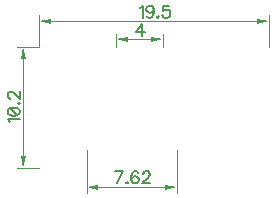
<source format=gbr>
%TF.GenerationSoftware,Novarm,DipTrace,3.3.1.3*%
%TF.CreationDate,2020-04-19T13:08:05+02:00*%
%FSLAX35Y35*%
%MOMM*%
%TF.FileFunction,Drawing,Top*%
%TF.Part,Single*%
%ADD13C,0.035*%
%ADD53C,0.15686*%
G75*
G01*
%LPD*%
X1650000Y2020000D2*
D13*
Y2138000D1*
X2050000Y2020000D2*
Y2138000D1*
X1850000Y2088000D2*
X1750000D1*
G36*
X1650000D2*
X1750000Y2108000D1*
Y2068000D1*
X1650000Y2088000D1*
G37*
X1850000D2*
D13*
X1950000D1*
G36*
X2050000D2*
X1950000Y2068000D1*
Y2108000D1*
X2050000Y2088000D1*
G37*
X1000000Y2020000D2*
D13*
X817000D1*
X1000000Y1000000D2*
X817000D1*
X867000Y1510000D2*
Y1920000D1*
G36*
Y2020000D2*
X887000Y1920000D1*
X847000D1*
X867000Y2020000D1*
G37*
Y1510000D2*
D13*
Y1100000D1*
G36*
Y1000000D2*
X847000Y1100000D1*
X887000D1*
X867000Y1000000D1*
G37*
X1404000Y1153000D2*
D13*
Y787000D1*
X2166000Y1150000D2*
Y787000D1*
X1785000Y837000D2*
X1504000D1*
G36*
X1404000D2*
X1504000Y857000D1*
Y817000D1*
X1404000Y837000D1*
G37*
X1785000D2*
D13*
X2066000D1*
G36*
X2166000D2*
X2066000Y817000D1*
Y857000D1*
X2166000Y837000D1*
G37*
X1000000Y2020000D2*
D13*
Y2292000D1*
X2950000Y2020000D2*
Y2292000D1*
X1975000Y2242000D2*
X1100000D1*
G36*
X1000000D2*
X1100000Y2262000D1*
Y2222000D1*
X1000000Y2242000D1*
G37*
X1975000D2*
D13*
X2850000D1*
G36*
X2950000D2*
X2850000Y2222000D1*
Y2262000D1*
X2950000Y2242000D1*
G37*
X1870029Y2119015D2*
D53*
Y2220991D1*
X1821399Y2153045D1*
X1894287D1*
X753439Y1385655D2*
X748497Y1395426D1*
X734009Y1410026D1*
X835985D1*
X734009Y1470598D2*
X738839Y1455998D1*
X753439Y1446228D1*
X777697Y1441398D1*
X792297D1*
X816555Y1446228D1*
X831155Y1455998D1*
X835985Y1470598D1*
Y1480257D1*
X831155Y1494857D1*
X816555Y1504515D1*
X792297Y1509457D1*
X777697D1*
X753439Y1504515D1*
X738839Y1494857D1*
X734009Y1480257D1*
Y1470598D1*
X753439Y1504515D2*
X816555Y1446228D1*
X826214Y1545659D2*
X831155Y1540829D1*
X835985Y1545659D1*
X831155Y1550600D1*
X826214Y1545659D1*
X758268Y1586914D2*
X753439D1*
X743668Y1591743D1*
X738839Y1596573D1*
X734009Y1606343D1*
Y1625773D1*
X738839Y1635431D1*
X743668Y1640260D1*
X753439Y1645202D1*
X763097D1*
X772868Y1640260D1*
X787355Y1630602D1*
X835985Y1581973D1*
Y1650031D1*
X1660711Y868015D2*
X1709340Y969991D1*
X1641282D1*
X1745542Y877786D2*
X1740713Y872845D1*
X1745542Y868015D1*
X1750484Y872845D1*
X1745542Y877786D1*
X1840144Y955503D2*
X1835315Y965161D1*
X1820715Y969991D1*
X1811056D1*
X1796456Y965161D1*
X1786686Y950561D1*
X1781856Y926303D1*
Y902045D1*
X1786686Y882615D1*
X1796456Y872845D1*
X1811056Y868015D1*
X1815886D1*
X1830373Y872845D1*
X1840144Y882615D1*
X1844973Y897215D1*
Y902045D1*
X1840144Y916645D1*
X1830373Y926303D1*
X1815886Y931132D1*
X1811056D1*
X1796456Y926303D1*
X1786686Y916645D1*
X1781856Y902045D1*
X1881287Y945732D2*
Y950561D1*
X1886117Y960332D1*
X1890946Y965161D1*
X1900717Y969991D1*
X1920146D1*
X1929804Y965161D1*
X1934633Y960332D1*
X1939575Y950561D1*
Y940903D1*
X1934633Y931132D1*
X1924975Y916645D1*
X1876346Y868015D1*
X1944404D1*
X1853070Y2355561D2*
X1862840Y2360503D1*
X1877440Y2374991D1*
Y2273015D1*
X1972042Y2341074D2*
X1967101Y2326474D1*
X1957442Y2316703D1*
X1942842Y2311874D1*
X1938013D1*
X1923413Y2316703D1*
X1913755Y2326474D1*
X1908813Y2341074D1*
Y2345903D1*
X1913755Y2360503D1*
X1923413Y2370161D1*
X1938013Y2374991D1*
X1942842D1*
X1957442Y2370161D1*
X1967101Y2360503D1*
X1972042Y2341074D1*
Y2316703D1*
X1967101Y2292445D1*
X1957442Y2277845D1*
X1942842Y2273015D1*
X1933184D1*
X1918584Y2277845D1*
X1913755Y2287615D1*
X2008244Y2282786D2*
X2003415Y2277845D1*
X2008244Y2273015D1*
X2013186Y2277845D1*
X2008244Y2282786D1*
X2102846Y2374991D2*
X2054329D1*
X2049500Y2331303D1*
X2054329Y2336132D1*
X2068929Y2341074D1*
X2083417D1*
X2098017Y2336132D1*
X2107787Y2326474D1*
X2112617Y2311874D1*
Y2302215D1*
X2107787Y2287615D1*
X2098017Y2277845D1*
X2083417Y2273015D1*
X2068929D1*
X2054329Y2277845D1*
X2049500Y2282786D1*
X2044558Y2292445D1*
M02*

</source>
